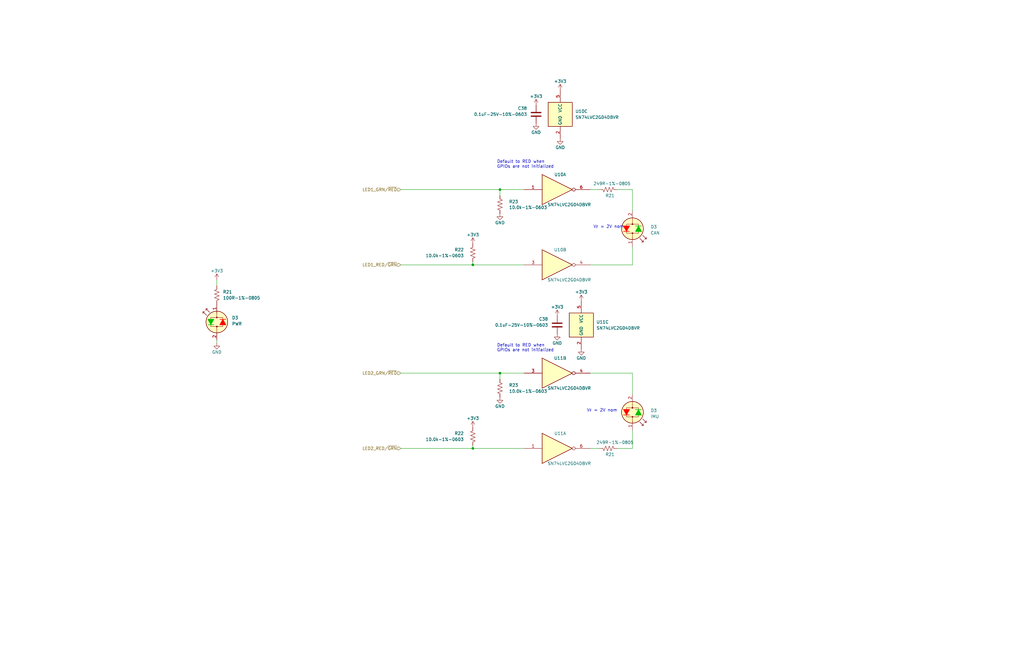
<source format=kicad_sch>
(kicad_sch (version 20230121) (generator eeschema)
  (paper "B")
  (title_block (title "IMU-2X") (date "2023-11-19") (rev "2") (company "FRC971 - Spartan Robotics"))
  (lib_symbols
    (symbol "74xGxx:74LVC2G04"
      (property "Reference" "U" (at 0 7.62 0))
      (property "Value" "74LVC2G04" (at 2.54 -7.62 0))
      (symbol "74LVC2G04_1_1"
        (polyline (pts (xy -7.62 6.35) (xy -7.62 -6.35) (xy 5.08 0) (xy -7.62 6.35)) (stroke (width 0.254)) (fill (type background)))
        (pin input line (at -15.24 0 0) (length 7.62) (name "~") (number "1"))
        (pin output inverted (at 12.7 0 180) (length 7.62) (name "~") (number "6"))
      )
      (symbol "74LVC2G04_2_1"
        (polyline (pts (xy -7.62 6.35) (xy -7.62 -6.35) (xy 5.08 0) (xy -7.62 6.35)) (stroke (width 0.254)) (fill (type background)))
        (pin input line (at -15.24 0 0) (length 7.62) (name "~") (number "3"))
        (pin output inverted (at 12.7 0 180) (length 7.62) (name "~") (number "4"))
      )
      (symbol "74LVC2G04_3_0"
        (rectangle (start -5.08 -5.08) (end 5.08 5.08) (stroke (width 0.254)) (fill (type background)))
      )
      (symbol "74LVC2G04_3_1"
        (pin power_in line (at 0 -10.16 90) (length 5.08) (name "GND") (number "2"))
        (pin power_in line (at 0 10.16 270) (length 5.08) (name "VCC") (number "5"))
      )
    )
    (symbol "Device:C" (pin_numbers hide) (pin_names (offset 0.254))
      (property "Reference" "C" (at 0.635 2.54 0))
      (property "Value" "C" (at 0.635 -2.54 0))
      (symbol "C_0_1"
        (polyline (pts (xy -2.032 -0.762) (xy 2.032 -0.762)) (stroke (width 0.508)))
        (polyline (pts (xy -2.032 0.762) (xy 2.032 0.762)) (stroke (width 0.508)))
      )
      (symbol "C_1_1"
        (pin passive line (at 0 3.81 270) (length 2.794) (name "~") (number "1"))
        (pin passive line (at 0 -3.81 90) (length 2.794) (name "~") (number "2"))
      )
    )
    (symbol "Device:LED_Dual_Bidirectional" (pin_names (offset 0) hide)
      (property "Reference" "D3" (at 0.4953 10.16 0))
      (property "Value" "LED_Dual_Bidirectional" (at 0.4953 7.62 0))
      (symbol "LED_Dual_Bidirectional_0_1"
        (circle (center -1.905 0) (radius 0.254) (fill (type outline)))
        (polyline (pts (xy -4.572 0) (xy -2.54 0)))
        (polyline (pts (xy -2.032 0) (xy -2.54 0)))
        (polyline (pts (xy 4.064 0) (xy 2.286 0)) (fill (type outline)))
        (polyline (pts (xy 4.318 5.842) (xy 4.318 5.08)) (stroke (width 0.2032)))
        (polyline (pts (xy 5.588 4.572) (xy 5.588 3.81)) (stroke (width 0.2032)))
        (polyline (pts (xy -1.905 0) (xy -1.905 -2.54) (xy -1.27 -2.54)))
        (polyline (pts (xy -1.27 2.54) (xy -1.905 2.54) (xy -1.905 0)))
        (polyline (pts (xy 1.27 2.54) (xy 1.905 2.54) (xy 1.905 0)))
        (polyline (pts (xy 1.905 0) (xy 1.905 -2.54) (xy 1.27 -2.54)))
        (polyline (pts (xy 2.794 4.318) (xy 4.318 5.842) (xy 3.556 5.842)) (stroke (width 0.2032)))
        (polyline (pts (xy 4.064 3.048) (xy 5.588 4.572) (xy 4.826 4.572)) (stroke (width 0.2032)))
        (circle (center 0 0) (radius 4.572) (stroke (width 0.254)) (fill (type background)))
        (circle (center 1.905 0) (radius 0.254) (fill (type outline)))
      )
      (symbol "LED_Dual_Bidirectional_1_1"
        (polyline (pts (xy -1.1446 3.7728) (xy -1.1446 1.2328)) (stroke (width 0.254) (color 0 194 0 1)))
        (polyline (pts (xy 1.1205 -1.2559) (xy 1.1205 -3.7959)) (stroke (width 0.254) (color 255 0 0 1)))
        (polyline (pts (xy -1.1655 -1.2559) (xy -1.1655 -3.7959) (xy 1.1205 -2.5259) (xy -1.1655 -1.2559)) (stroke (width 0.254) (color 255 0 0 1)) (fill (type outline)))
        (polyline (pts (xy 1.1643 3.8008) (xy 1.1643 1.2608) (xy -1.1217 2.5308) (xy 1.1643 3.8008)) (stroke (width 0.254) (color 0 194 0 1)) (fill (type outline)))
        (pin input line (at 7.62 0 180) (length 3.81) (name "KA") (number "1"))
        (pin input line (at -7.62 0 0) (length 3.048) (name "AK") (number "2"))
      )
    )
    (symbol "Device:R_US" (pin_numbers hide) (pin_names (offset 0))
      (property "Reference" "R" (at 2.54 0 90))
      (property "Value" "R_US" (at -2.54 0 90))
      (symbol "R_US_0_1"
        (polyline (pts (xy 0 -2.286) (xy 0 -2.54)))
        (polyline (pts (xy 0 2.286) (xy 0 2.54)))
        (polyline (pts (xy 0 -0.762) (xy 1.016 -1.143) (xy 0 -1.524) (xy -1.016 -1.905) (xy 0 -2.286)))
        (polyline (pts (xy 0 0.762) (xy 1.016 0.381) (xy 0 0) (xy -1.016 -0.381) (xy 0 -0.762)))
        (polyline (pts (xy 0 2.286) (xy 1.016 1.905) (xy 0 1.524) (xy -1.016 1.143) (xy 0 0.762)))
      )
      (symbol "R_US_1_1"
        (pin passive line (at 0 3.81 270) (length 1.27) (name "~") (number "1"))
        (pin passive line (at 0 -3.81 90) (length 1.27) (name "~") (number "2"))
      )
    )
    (symbol "power:+3V3" (power) (pin_names (offset 0))
      (property "Value" "+3V3" (at 0 3.556 0))
      (symbol "+3V3_0_1"
        (polyline (pts (xy -0.762 1.27) (xy 0 2.54)))
        (polyline (pts (xy 0 0) (xy 0 2.54)))
        (polyline (pts (xy 0 2.54) (xy 0.762 1.27)))
      )
      (symbol "+3V3_1_1"
        (pin power_in line (at 0 0 90) (length 0) hide (name "+3V3") (number "1"))
      )
    )
    (symbol "power:GND" (power) (pin_names (offset 0))
      (property "Value" "GND" (at 0 -3.81 0))
      (symbol "GND_0_1"
        (polyline (pts (xy 0 0) (xy 0 -1.27) (xy 1.27 -1.27) (xy 0 -2.54) (xy -1.27 -1.27) (xy 0 -1.27)))
      )
      (symbol "GND_1_1"
        (pin power_in line (at 0 0 270) (length 0) hide (name "GND") (number "1"))
      )
    )
  )
  (junction (at 199.39 111.76))
  (junction (at 210.82 157.48))
  (junction (at 210.82 80.01))
  (junction (at 199.39 189.23))
  (wire (pts (xy 248.92 157.48) (xy 266.7 157.48)))
  (wire (pts (xy 266.7 111.76) (xy 248.92 111.76)))
  (wire (pts (xy 91.44 144.78) (xy 91.44 143.51)))
  (wire (pts (xy 199.39 111.76) (xy 220.98 111.76)))
  (wire (pts (xy 248.92 80.01) (xy 252.73 80.01)))
  (wire (pts (xy 210.82 80.01) (xy 210.82 82.55)))
  (wire (pts (xy 199.39 189.23) (xy 220.98 189.23)))
  (wire (pts (xy 266.7 104.14) (xy 266.7 111.76)))
  (wire (pts (xy 260.35 80.01) (xy 266.7 80.01)))
  (wire (pts (xy 210.82 157.48) (xy 210.82 160.02)))
  (wire (pts (xy 91.44 118.11) (xy 91.44 120.65)))
  (wire (pts (xy 266.7 80.01) (xy 266.7 88.9)))
  (wire (pts (xy 168.91 111.76) (xy 199.39 111.76)))
  (wire (pts (xy 168.91 80.01) (xy 210.82 80.01)))
  (wire (pts (xy 266.7 157.48) (xy 266.7 166.37)))
  (wire (pts (xy 168.91 157.48) (xy 210.82 157.48)))
  (wire (pts (xy 248.92 189.23) (xy 252.73 189.23)))
  (wire (pts (xy 210.82 157.48) (xy 220.98 157.48)))
  (wire (pts (xy 266.7 181.61) (xy 266.7 189.23)))
  (wire (pts (xy 168.91 189.23) (xy 199.39 189.23)))
  (wire (pts (xy 210.82 80.01) (xy 220.98 80.01)))
  (wire (pts (xy 260.35 189.23) (xy 266.7 189.23)))
  (wire (pts (xy 199.39 187.96) (xy 199.39 189.23)))
  (wire (pts (xy 199.39 111.76) (xy 199.39 110.49)))
  (text "Default to RED when \nGPIOs are not initialized" (at 209.55 148.59 0) (effects (font (size 1.27 1.27)) (justify left bottom)))
  (text "Default to RED when \nGPIOs are not initialized" (at 209.55 71.12 0) (effects (font (size 1.27 1.27)) (justify left bottom)))
  (text "V_{F} = 2V nom" (at 260.35 173.99 0) (effects (font (size 1.27 1.27)) (justify right bottom)))
  (text "V_{F} = 2V nom" (at 250.19 96.52 0) (effects (font (size 1.27 1.27)) (justify left bottom)))
  (hierarchical_label "LED1_RED{slash}~{GRN}" (shape input) (at 168.91 111.76 180))
  (hierarchical_label "LED2_RED{slash}~{GRN}" (shape input) (at 168.91 189.23 180))
  (hierarchical_label "LED1_GRN{slash}~{RED}" (shape input) (at 168.91 80.01 180))
  (hierarchical_label "LED2_GRN{slash}~{RED}" (shape input) (at 168.91 157.48 180))
  (symbol (lib_id "power:+3V3") (at 199.39 102.87 0) (unit 1)
    (property "Reference" "#PWR071" (effects hide))
    (property "Value" "+3V3" (at 199.39 99.06 0))
    (instances (project "IMU-2X" (path "" (reference "#PWR071") (unit 1)) (path "" (reference "#PWR069") (unit 1))))
  )
  (symbol (lib_id "Device:R_US") (at 199.39 184.15 0) (mirror y) (unit 1)
    (property "Reference" "R22" (at 195.58 182.88 0) (effects (justify left)))
    (property "Value" "10.0k-1%-0603" (at 195.58 185.42 0) (effects (justify left)))
    (property "Footprint" "Resistor_SMD:R_0603_1608Metric" (effects hide))
    (property "Datasheet" "Components/Yageo-PYu-RC_Group_51_RoHS_L_12.pdf" (effects hide))
    (property "DIST" "Digikey" (effects hide))
    (property "DIST P/N" "YAG1290CT-ND" (effects hide))
    (property "MFG" "Yageo" (effects hide))
    (property "MFG P/N" "RC0603FR-0710KP" (effects hide))
    (instances (project "IMU-2X" (path "" (reference "R22") (unit 1)) (path "" (reference "R21") (unit 1))))
  )
  (symbol (lib_id "Device:R_US") (at 210.82 86.36 0) (unit 1)
    (property "Reference" "R23" (at 214.63 85.09 0) (effects (justify left)))
    (property "Value" "10.0k-1%-0603" (at 214.63 87.5438 0) (effects (justify left)))
    (property "Footprint" "Resistor_SMD:R_0603_1608Metric" (effects hide))
    (property "Datasheet" "Components/Yageo-PYu-RC_Group_51_RoHS_L_12.pdf" (effects hide))
    (property "DIST" "Digikey" (effects hide))
    (property "DIST P/N" "YAG1290CT-ND" (effects hide))
    (property "MFG" "Yageo" (effects hide))
    (property "MFG P/N" "RC0603FR-0710KP" (effects hide))
  )
  (symbol (lib_id "power:+3V3") (at 245.11 127 0) (unit 1)
    (property "Reference" "#PWR073" (effects hide))
    (property "Value" "+3V3" (at 245.11 123.19 0))
    (instances (project "IMU-2X" (path "" (reference "#PWR073") (unit 1)) (path "" (reference "#PWR04") (unit 1))))
  )
  (symbol (lib_id "Device:LED_Dual_Bidirectional") (at 266.7 96.52 270) (unit 1)
    (property "Reference" "D3" (at 274.32 95.7453 90) (effects (justify left)))
    (property "Value" "CAN" (at 274.32 98.2853 90) (effects (justify left)))
    (property "Footprint" "LED_SMD:LED_1206_3216Metric" (effects hide))
    (property "Datasheet" "Components/SUN-LED-XZMDKVG55W-4.pdf" (effects hide))
    (property "MFG" "SUN LED" (effects hide))
    (property "MFG P/N" "XZMDKVG55W-4" (effects hide))
    (property "DIST" "Digikey" (effects hide))
    (property "DIST P/N" "1497-1314-1-ND" (effects hide))
  )
  (symbol (lib_id "74xGxx:74LVC2G04") (at 245.11 137.16 0) (unit 3)
    (property "Reference" "U11" (at 251.46 135.89 0) (effects (justify left)))
    (property "Value" "SN74LVC2G04DBVR" (at 251.46 138.43 0) (effects (justify left)))
    (property "Footprint" "Package_TO_SOT_SMD:SOT-23-6" (effects hide))
    (property "Datasheet" "Components/TI-SN74LVC2G04.pdf" (effects hide))
    (property "MFG" "Texas Instruments" (effects hide))
    (property "MFG P/N" "SN74LVC2G04DBVR" (effects hide))
    (property "DIST" "Digikey" (effects hide))
    (property "DIST P/N" "296-13261-1-ND" (effects hide))
  )
  (symbol (lib_id "74xGxx:74LVC2G04") (at 236.22 111.76 0) (unit 2)
    (property "Reference" "U10" (at 236.22 105.41 0))
    (property "Value" "SN74LVC2G04DBVR" (at 240.03 118.11 0))
    (property "Footprint" "Package_TO_SOT_SMD:SOT-23-6" (effects hide))
    (property "Datasheet" "Components/TI-SN74LVC2G04.pdf" (effects hide))
    (property "MFG" "Texas Instruments" (effects hide))
    (property "MFG P/N" "SN74LVC2G04DBVR" (effects hide))
    (property "DIST" "Digikey" (effects hide))
    (property "DIST P/N" "296-13261-1-ND" (effects hide))
  )
  (symbol (lib_id "power:+3V3") (at 236.22 38.1 0) (unit 1)
    (property "Reference" "#PWR073" (effects hide))
    (property "Value" "+3V3" (at 236.22 34.29 0))
    (instances (project "IMU-2X" (path "" (reference "#PWR073") (unit 1)) (path "" (reference "#PWR085") (unit 1))))
  )
  (symbol (lib_id "Device:R_US") (at 199.39 106.68 0) (mirror y) (unit 1)
    (property "Reference" "R22" (at 195.58 105.41 0) (effects (justify left)))
    (property "Value" "10.0k-1%-0603" (at 195.58 107.8638 0) (effects (justify left)))
    (property "Footprint" "Resistor_SMD:R_0603_1608Metric" (effects hide))
    (property "Datasheet" "Components/Yageo-PYu-RC_Group_51_RoHS_L_12.pdf" (effects hide))
    (property "DIST" "Digikey" (effects hide))
    (property "DIST P/N" "YAG1290CT-ND" (effects hide))
    (property "MFG" "Yageo" (effects hide))
    (property "MFG P/N" "RC0603FR-0710KP" (effects hide))
    (instances (project "IMU-2X" (path "" (reference "R22") (unit 1)) (path "" (reference "R24") (unit 1))))
  )
  (symbol (lib_id "power:GND") (at 91.44 144.78 0) (unit 1)
    (property "Reference" "#PWR072" (effects hide))
    (property "Value" "GND" (at 91.44 148.59 0))
    (instances (project "IMU-2X" (path "" (reference "#PWR072") (unit 1)) (path "" (reference "#PWR083") (unit 1))))
  )
  (symbol (lib_id "74xGxx:74LVC2G04") (at 236.22 157.48 0) (unit 2)
    (property "Reference" "U11" (at 236.22 151.13 0))
    (property "Value" "SN74LVC2G04DBVR" (at 240.03 163.83 0))
    (property "Footprint" "Package_TO_SOT_SMD:SOT-23-6" (effects hide))
    (property "Datasheet" "Components/TI-SN74LVC2G04.pdf" (effects hide))
    (property "MFG" "Texas Instruments" (effects hide))
    (property "MFG P/N" "SN74LVC2G04DBVR" (effects hide))
    (property "DIST" "Digikey" (effects hide))
    (property "DIST P/N" "296-13261-1-ND" (effects hide))
  )
  (symbol (lib_id "Device:R_US") (at 256.54 189.23 270) (mirror x) (unit 1)
    (property "Reference" "R21" (at 255.27 191.77 90) (effects (justify left)))
    (property "Value" "249R-1%-0805" (at 251.46 186.69 90) (effects (justify left)))
    (property "Footprint" "Resistor_SMD:R_0805_2012Metric" (effects hide))
    (property "Datasheet" "Components/Yageo-PYu-RC_Group_51_RoHS_L_12.pdf" (effects hide))
    (property "DIST" "Digikey" (effects hide))
    (property "DIST P/N" "311-249CRCT-ND" (effects hide))
    (property "MFG" "Yageo" (effects hide))
    (property "MFG P/N" "RC0805FR-07249RL" (effects hide))
    (instances (project "IMU-2X" (path "" (reference "R21") (unit 1)) (path "" (reference "R9") (unit 1))))
  )
  (symbol (lib_id "power:+3V3") (at 234.95 133.35 0) (unit 1)
    (property "Reference" "#PWR073" (effects hide))
    (property "Value" "+3V3" (at 234.95 129.54 0))
    (instances (project "IMU-2X" (path "" (reference "#PWR073") (unit 1)) (path "" (reference "#PWR076") (unit 1))))
  )
  (symbol (lib_id "power:GND") (at 226.06 52.07 0) (unit 1)
    (property "Reference" "#PWR010" (effects hide))
    (property "Value" "GND" (at 226.06 55.88 0))
    (instances (project "IMU-2X" (path "" (reference "#PWR010") (unit 1)) (path "" (reference "#PWR086") (unit 1))))
  )
  (symbol (lib_id "Device:R_US") (at 91.44 124.46 0) (mirror x) (unit 1)
    (property "Reference" "R21" (at 93.98 123.19 0) (effects (justify left)))
    (property "Value" "100R-1%-0805" (at 93.98 125.73 0) (effects (justify left)))
    (property "Footprint" "Resistor_SMD:R_0805_2012Metric" (effects hide))
    (property "Datasheet" "Components/Yageo-PYu-RC_Group_51_RoHS_L_12.pdf" (effects hide))
    (property "DIST" "Digikey" (effects hide))
    (property "DIST P/N" "311-100CRCT-ND" (effects hide))
    (property "MFG" "Yageo" (effects hide))
    (property "MFG P/N" "RC0805FR-07100RL" (effects hide))
    (instances (project "IMU-2X" (path "" (reference "R21") (unit 1)) (path "" (reference "R20") (unit 1))))
  )
  (symbol (lib_id "power:GND") (at 245.11 147.32 0) (unit 1)
    (property "Reference" "#PWR072" (effects hide))
    (property "Value" "GND" (at 245.11 151.13 0))
    (instances (project "IMU-2X" (path "" (reference "#PWR072") (unit 1)) (path "" (reference "#PWR071") (unit 1))))
  )
  (symbol (lib_id "power:+3V3") (at 226.06 44.45 0) (unit 1)
    (property "Reference" "#PWR073" (effects hide))
    (property "Value" "+3V3" (at 226.06 40.64 0))
    (instances (project "IMU-2X" (path "" (reference "#PWR073") (unit 1)) (path "" (reference "#PWR072") (unit 1))))
  )
  (symbol (lib_id "Device:R_US") (at 210.82 163.83 0) (unit 1)
    (property "Reference" "R23" (at 214.63 162.56 0) (effects (justify left)))
    (property "Value" "10.0k-1%-0603" (at 214.63 165.1 0) (effects (justify left)))
    (property "Footprint" "Resistor_SMD:R_0603_1608Metric" (effects hide))
    (property "Datasheet" "Components/Yageo-PYu-RC_Group_51_RoHS_L_12.pdf" (effects hide))
    (property "DIST" "Digikey" (effects hide))
    (property "DIST P/N" "YAG1290CT-ND" (effects hide))
    (property "MFG" "Yageo" (effects hide))
    (property "MFG P/N" "RC0603FR-0710KP" (effects hide))
    (instances (project "IMU-2X" (path "" (reference "R23") (unit 1)) (path "" (reference "R22") (unit 1))))
  )
  (symbol (lib_id "74xGxx:74LVC2G04") (at 236.22 189.23 0) (unit 1)
    (property "Reference" "U11" (at 236.22 182.88 0))
    (property "Value" "SN74LVC2G04DBVR" (at 240.03 195.58 0))
    (property "Footprint" "Package_TO_SOT_SMD:SOT-23-6" (effects hide))
    (property "Datasheet" "Components/TI-SN74LVC2G04.pdf" (effects hide))
    (property "MFG" "Texas Instruments" (effects hide))
    (property "MFG P/N" "SN74LVC2G04DBVR" (effects hide))
    (property "DIST" "Digikey" (effects hide))
    (property "DIST P/N" "296-13261-1-ND" (effects hide))
  )
  (symbol (lib_id "Device:R_US") (at 256.54 80.01 270) (mirror x) (unit 1)
    (property "Reference" "R21" (at 255.27 82.55 90) (effects (justify left)))
    (property "Value" "249R-1%-0805" (at 250.19 77.47 90) (effects (justify left)))
    (property "Footprint" "Resistor_SMD:R_0805_2012Metric" (effects hide))
    (property "Datasheet" "Components/Yageo-PYu-RC_Group_51_RoHS_L_12.pdf" (effects hide))
    (property "DIST" "Digikey" (effects hide))
    (property "DIST P/N" "311-249CRCT-ND" (effects hide))
    (property "MFG" "Yageo" (effects hide))
    (property "MFG P/N" "RC0805FR-07249RL" (effects hide))
    (instances (project "IMU-2X" (path "" (reference "R21") (unit 1)) (path "" (reference "R10") (unit 1))))
  )
  (symbol (lib_id "power:+3V3") (at 91.44 118.11 0) (unit 1)
    (property "Reference" "#PWR073" (effects hide))
    (property "Value" "+3V3" (at 91.44 114.3 0))
    (instances (project "IMU-2X" (path "" (reference "#PWR073") (unit 1)) (path "" (reference "#PWR082") (unit 1))))
  )
  (symbol (lib_id "Device:LED_Dual_Bidirectional") (at 266.7 173.99 270) (unit 1)
    (property "Reference" "D3" (at 274.32 173.2153 90) (effects (justify left)))
    (property "Value" "IMU" (at 274.32 175.7553 90) (effects (justify left)))
    (property "Footprint" "LED_SMD:LED_1206_3216Metric" (effects hide))
    (property "Datasheet" "Components/SUN-LED-XZMDKVG55W-4.pdf" (effects hide))
    (property "MFG" "SUN LED" (effects hide))
    (property "MFG P/N" "XZMDKVG55W-4" (effects hide))
    (property "DIST" "Digikey" (effects hide))
    (property "DIST P/N" "1497-1314-1-ND" (effects hide))
    (instances (project "IMU-2X" (path "" (reference "D3") (unit 1)) (path "" (reference "D5") (unit 1))))
  )
  (symbol (lib_id "power:GND") (at 210.82 167.64 0) (unit 1)
    (property "Reference" "#PWR070" (effects hide))
    (property "Value" "GND" (at 210.82 171.45 0))
    (instances (project "IMU-2X" (path "" (reference "#PWR070") (unit 1)) (path "" (reference "#PWR075") (unit 1))))
  )
  (symbol (lib_id "Device:C") (at 226.06 48.26 0) (unit 1)
    (property "Reference" "C38" (at 222.25 45.72 0) (effects (justify right)))
    (property "Value" "0.1uF-25V-10%-0603" (at 222.25 48.26 0) (effects (justify right)))
    (property "Footprint" "Capacitor_SMD:C_0603_1608Metric" (effects hide))
    (property "Datasheet" "Components/Kyocera-KGM_X7R.pdf" (effects hide))
    (property "DIST" "Digikey" (effects hide))
    (property "DIST P/N" "478-KGM15BR71E104KMCT-ND" (effects hide))
    (property "MFG" "Kyocera AVX" (effects hide))
    (property "MFG P/N" "KGM15BR71E104KM" (effects hide))
    (instances (project "IMU-2X" (path "" (reference "C38") (unit 1)) (path "" (reference "C42") (unit 1))))
  )
  (symbol (lib_id "Device:LED_Dual_Bidirectional") (at 91.44 135.89 90) (unit 1)
    (property "Reference" "D3" (at 97.79 134.1247 90) (effects (justify right)))
    (property "Value" "PWR" (at 97.79 136.6647 90) (effects (justify right)))
    (property "Footprint" "LED_SMD:LED_1206_3216Metric" (effects hide))
    (property "Datasheet" "Components/SUN-LED-XZMDKVG55W-4.pdf" (effects hide))
    (property "MFG" "SUN LED" (effects hide))
    (property "MFG P/N" "XZMDKVG55W-4" (effects hide))
    (property "DIST" "Digikey" (effects hide))
    (property "DIST P/N" "1497-1314-1-ND" (effects hide))
    (instances (project "IMU-2X" (path "" (reference "D3") (unit 1)) (path "" (reference "D4") (unit 1))))
  )
  (symbol (lib_id "74xGxx:74LVC2G04") (at 236.22 48.26 0) (unit 3)
    (property "Reference" "U10" (at 242.57 46.99 0) (effects (justify left)))
    (property "Value" "SN74LVC2G04DBVR" (at 242.57 49.53 0) (effects (justify left)))
    (property "Footprint" "Package_TO_SOT_SMD:SOT-23-6" (effects hide))
    (property "Datasheet" "Components/TI-SN74LVC2G04.pdf" (effects hide))
    (property "MFG" "Texas Instruments" (effects hide))
    (property "MFG P/N" "SN74LVC2G04DBVR" (effects hide))
    (property "DIST" "Digikey" (effects hide))
    (property "DIST P/N" "296-13261-1-ND" (effects hide))
  )
  (symbol (lib_id "74xGxx:74LVC2G04") (at 236.22 80.01 0) (unit 1)
    (property "Reference" "U10" (at 236.22 73.66 0))
    (property "Value" "SN74LVC2G04DBVR" (at 240.03 86.36 0))
    (property "Footprint" "Package_TO_SOT_SMD:SOT-23-6" (effects hide))
    (property "Datasheet" "Components/TI-SN74LVC2G04.pdf" (effects hide))
    (property "MFG" "Texas Instruments" (effects hide))
    (property "MFG P/N" "SN74LVC2G04DBVR" (effects hide))
    (property "DIST" "Digikey" (effects hide))
    (property "DIST P/N" "296-13261-1-ND" (effects hide))
  )
  (symbol (lib_id "power:GND") (at 236.22 58.42 0) (unit 1)
    (property "Reference" "#PWR072" (effects hide))
    (property "Value" "GND" (at 236.22 62.23 0))
    (instances (project "IMU-2X" (path "" (reference "#PWR072") (unit 1)) (path "" (reference "#PWR084") (unit 1))))
  )
  (symbol (lib_id "Device:C") (at 234.95 137.16 0) (unit 1)
    (property "Reference" "C38" (at 231.14 134.62 0) (effects (justify right)))
    (property "Value" "0.1uF-25V-10%-0603" (at 231.14 137.16 0) (effects (justify right)))
    (property "Footprint" "Capacitor_SMD:C_0603_1608Metric" (effects hide))
    (property "Datasheet" "Components/Kyocera-KGM_X7R.pdf" (effects hide))
    (property "DIST" "Digikey" (effects hide))
    (property "DIST P/N" "478-KGM15BR71E104KMCT-ND" (effects hide))
    (property "MFG" "Kyocera AVX" (effects hide))
    (property "MFG P/N" "KGM15BR71E104KM" (effects hide))
    (instances (project "IMU-2X" (path "" (reference "C38") (unit 1)) (path "" (reference "C41") (unit 1))))
  )
  (symbol (lib_id "power:+3V3") (at 199.39 180.34 0) (unit 1)
    (property "Reference" "#PWR071" (effects hide))
    (property "Value" "+3V3" (at 199.39 176.53 0))
    (instances (project "IMU-2X" (path "" (reference "#PWR071") (unit 1)) (path "" (reference "#PWR073") (unit 1))))
  )
  (symbol (lib_id "power:GND") (at 234.95 140.97 0) (unit 1)
    (property "Reference" "#PWR010" (effects hide))
    (property "Value" "GND" (at 234.95 144.78 0))
    (instances (project "IMU-2X" (path "" (reference "#PWR010") (unit 1)) (path "" (reference "#PWR03") (unit 1))))
  )
  (symbol (lib_id "power:GND") (at 210.82 90.17 0) (unit 1)
    (property "Reference" "#PWR070" (effects hide))
    (property "Value" "GND" (at 210.82 93.98 0))
  )
)
</source>
